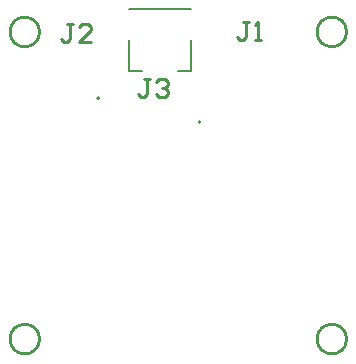
<source format=gto>
G04*
G04 #@! TF.GenerationSoftware,Altium Limited,Altium Designer,19.1.1 (5)*
G04*
G04 Layer_Color=65535*
%FSLAX44Y44*%
%MOMM*%
G71*
G01*
G75*
%ADD10C,0.1999*%
%ADD11C,0.2540*%
%ADD12C,0.2000*%
D10*
X167759Y202750D02*
G03*
X167759Y204749I0J1000D01*
G01*
D02*
G03*
X167759Y202750I0J-1000D01*
G01*
X83312Y223830D02*
G03*
X83312Y223830I-1001J0D01*
G01*
D11*
X292500Y280000D02*
G03*
X292500Y280000I-12500J0D01*
G01*
Y20000D02*
G03*
X292500Y20000I-12500J0D01*
G01*
X32500D02*
G03*
X32500Y20000I-12500J0D01*
G01*
Y280000D02*
G03*
X32500Y280000I-12500J0D01*
G01*
X126320Y240310D02*
X121242D01*
X123781D01*
Y227614D01*
X121242Y225075D01*
X118703D01*
X116164Y227614D01*
X131399Y237771D02*
X133938Y240310D01*
X139016D01*
X141555Y237771D01*
Y235232D01*
X139016Y232693D01*
X136477D01*
X139016D01*
X141555Y230154D01*
Y227614D01*
X139016Y225075D01*
X133938D01*
X131399Y227614D01*
X209717Y288290D02*
X204639D01*
X207178D01*
Y275595D01*
X204639Y273055D01*
X202099D01*
X199560Y275595D01*
X214795Y273055D02*
X219874D01*
X217334D01*
Y288290D01*
X214795Y285751D01*
X60957Y286396D02*
X55878D01*
X58418D01*
Y273700D01*
X55878Y271161D01*
X53339D01*
X50800Y273700D01*
X76192Y271161D02*
X66035D01*
X76192Y281318D01*
Y283857D01*
X73653Y286396D01*
X68574D01*
X66035Y283857D01*
D12*
X108460Y299125D02*
X160460D01*
X108460Y247125D02*
X119460D01*
X108460D02*
Y273125D01*
X160460Y247125D02*
Y273125D01*
X149460Y247125D02*
X160460D01*
M02*

</source>
